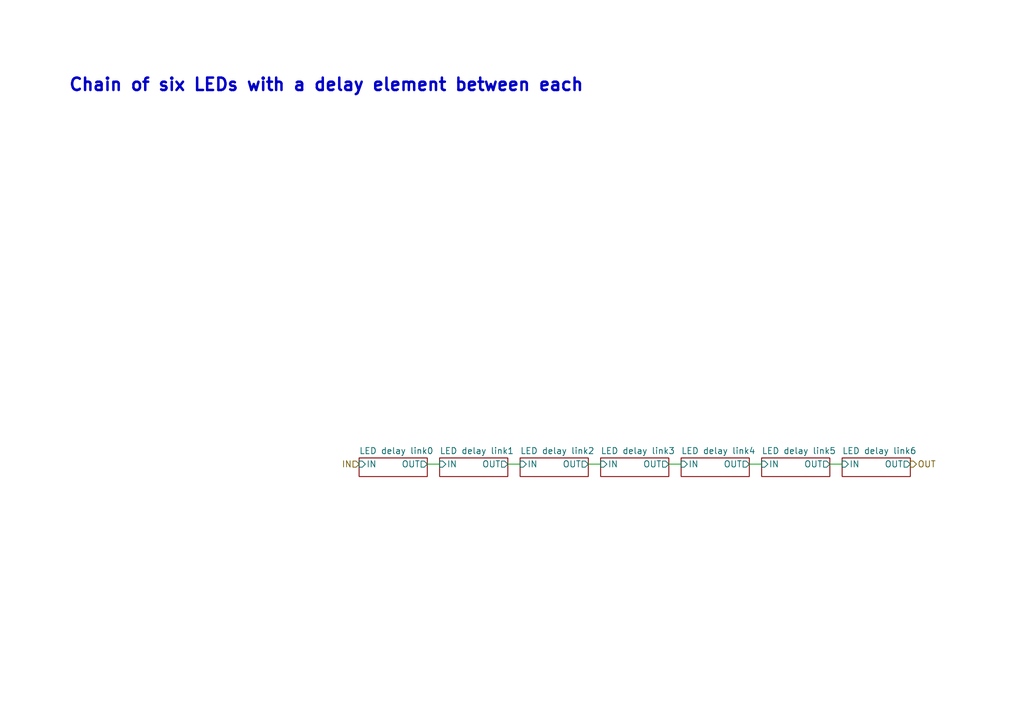
<source format=kicad_sch>
(kicad_sch (version 20211123) (generator eeschema)
  (paper "A5")
  (lib_symbols)
  (wire (pts (xy 137.16 95.25) (xy 139.7 95.25)))
  (wire (pts (xy 120.65 95.25) (xy 123.19 95.25)))
  (wire (pts (xy 153.67 95.25) (xy 156.21 95.25)))
  (wire (pts (xy 104.14 95.25) (xy 106.68 95.25)))
  (wire (pts (xy 170.18 95.25) (xy 172.72 95.25)))
  (wire (pts (xy 87.63 95.25) (xy 90.17 95.25)))
  (text "Chain of six LEDs with a delay element between each" (at 13.97 19.05 0) (effects (font (size 2.54 2.54) (thickness 0.508) bold) (justify left bottom)))
  (hierarchical_label "OUT" (shape output) (at 186.69 95.25 0))
  (hierarchical_label "IN" (shape input) (at 73.66 95.25 180))
  (sheet (at 172.72 93.98) (size 13.97 3.81) (stroke (width 0.1524))
    (property "Sheet name" "LED delay link6" (at 172.72 93.2684 0) (effects (justify left bottom)))
    (property "Sheet file" "led_chain_delay_link.kicad_sch" (effects hide))
    (pin "IN" input (at 172.72 95.25 180))
    (pin "OUT" output (at 186.69 95.25 0))
  )
  (sheet (at 123.19 93.98) (size 13.97 3.81) (stroke (width 0.1524))
    (property "Sheet name" "LED delay link3" (at 123.19 93.2684 0) (effects (justify left bottom)))
    (property "Sheet file" "led_chain_delay_link.kicad_sch" (effects hide))
    (pin "IN" input (at 123.19 95.25 180))
    (pin "OUT" output (at 137.16 95.25 0))
  )
  (sheet (at 139.7 93.98) (size 13.97 3.81) (stroke (width 0.1524))
    (property "Sheet name" "LED delay link4" (at 139.7 93.2684 0) (effects (justify left bottom)))
    (property "Sheet file" "led_chain_delay_link.kicad_sch" (effects hide))
    (pin "IN" input (at 139.7 95.25 180))
    (pin "OUT" output (at 153.67 95.25 0))
  )
  (sheet (at 73.66 93.98) (size 13.97 3.81) (stroke (width 0.1524))
    (property "Sheet name" "LED delay link0" (at 73.66 93.2684 0) (effects (justify left bottom)))
    (property "Sheet file" "led_chain_delay_link.kicad_sch" (effects hide))
    (pin "IN" input (at 73.66 95.25 180))
    (pin "OUT" output (at 87.63 95.25 0))
  )
  (sheet (at 106.68 93.98) (size 13.97 3.81) (stroke (width 0.1524))
    (property "Sheet name" "LED delay link2" (at 106.68 93.2684 0) (effects (justify left bottom)))
    (property "Sheet file" "led_chain_delay_link.kicad_sch" (effects hide))
    (pin "IN" input (at 106.68 95.25 180))
    (pin "OUT" output (at 120.65 95.25 0))
  )
  (sheet (at 156.21 93.98) (size 13.97 3.81) (stroke (width 0.1524))
    (property "Sheet name" "LED delay link5" (at 156.21 93.2684 0) (effects (justify left bottom)))
    (property "Sheet file" "led_chain_delay_link.kicad_sch" (effects hide))
    (pin "IN" input (at 156.21 95.25 180))
    (pin "OUT" output (at 170.18 95.25 0))
  )
  (sheet (at 90.17 93.98) (size 13.97 3.81) (stroke (width 0.1524))
    (property "Sheet name" "LED delay link1" (at 90.17 93.2684 0) (effects (justify left bottom)))
    (property "Sheet file" "led_chain_delay_link.kicad_sch" (effects hide))
    (pin "IN" input (at 90.17 95.25 180))
    (pin "OUT" output (at 104.14 95.25 0))
  )
)
</source>
